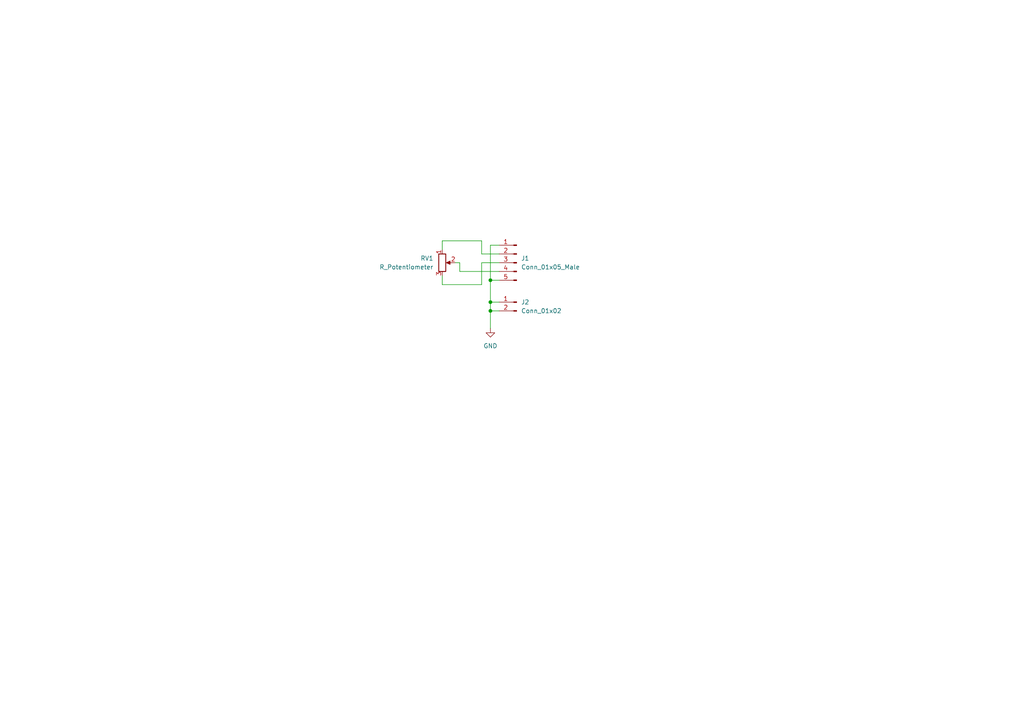
<source format=kicad_sch>
(kicad_sch (version 20211123) (generator eeschema)
  (paper "A4")
  (lib_symbols
    (symbol "Connector:Conn_01x02_Male" (pin_names (offset 1.016) hide)
      (property "Reference" "J" (at 0 2.54 0))
      (property "Value" "Conn_01x02_Male" (at 0 -5.08 0))
      (symbol "Conn_01x02_Male_1_1"
        (polyline (pts (xy 1.27 -2.54) (xy 0.8636 -2.54)) (stroke (width 0.1524)))
        (polyline (pts (xy 1.27 0) (xy 0.8636 0)) (stroke (width 0.1524)))
        (rectangle (start 0.8636 -2.413) (end 0 -2.667) (stroke (width 0.1524)) (fill (type outline)))
        (rectangle (start 0.8636 0.127) (end 0 -0.127) (stroke (width 0.1524)) (fill (type outline)))
        (pin passive line (at 5.08 0 180) (length 3.81) (name "Pin_1") (number "1"))
        (pin passive line (at 5.08 -2.54 180) (length 3.81) (name "Pin_2") (number "2"))
      )
    )
    (symbol "Connector:Conn_01x05_Male" (pin_names (offset 1.016) hide)
      (property "Reference" "J" (at 0 7.62 0))
      (property "Value" "Conn_01x05_Male" (at 0 -7.62 0))
      (symbol "Conn_01x05_Male_1_1"
        (polyline (pts (xy 1.27 -5.08) (xy 0.8636 -5.08)) (stroke (width 0.1524)))
        (polyline (pts (xy 1.27 -2.54) (xy 0.8636 -2.54)) (stroke (width 0.1524)))
        (polyline (pts (xy 1.27 0) (xy 0.8636 0)) (stroke (width 0.1524)))
        (polyline (pts (xy 1.27 2.54) (xy 0.8636 2.54)) (stroke (width 0.1524)))
        (polyline (pts (xy 1.27 5.08) (xy 0.8636 5.08)) (stroke (width 0.1524)))
        (rectangle (start 0.8636 -4.953) (end 0 -5.207) (stroke (width 0.1524)) (fill (type outline)))
        (rectangle (start 0.8636 -2.413) (end 0 -2.667) (stroke (width 0.1524)) (fill (type outline)))
        (rectangle (start 0.8636 0.127) (end 0 -0.127) (stroke (width 0.1524)) (fill (type outline)))
        (rectangle (start 0.8636 2.667) (end 0 2.413) (stroke (width 0.1524)) (fill (type outline)))
        (rectangle (start 0.8636 5.207) (end 0 4.953) (stroke (width 0.1524)) (fill (type outline)))
        (pin passive line (at 5.08 5.08 180) (length 3.81) (name "Pin_1") (number "1"))
        (pin passive line (at 5.08 2.54 180) (length 3.81) (name "Pin_2") (number "2"))
        (pin passive line (at 5.08 0 180) (length 3.81) (name "Pin_3") (number "3"))
        (pin passive line (at 5.08 -2.54 180) (length 3.81) (name "Pin_4") (number "4"))
        (pin passive line (at 5.08 -5.08 180) (length 3.81) (name "Pin_5") (number "5"))
      )
    )
    (symbol "Device:R_Potentiometer" (pin_names (offset 1.016) hide)
      (property "Reference" "RV" (at -4.445 0 90))
      (property "Value" "R_Potentiometer" (at -2.54 0 90))
      (symbol "R_Potentiometer_0_1"
        (polyline (pts (xy 2.54 0) (xy 1.524 0)))
        (polyline (pts (xy 1.143 0) (xy 2.286 0.508) (xy 2.286 -0.508) (xy 1.143 0)) (fill (type outline)))
        (rectangle (start 1.016 2.54) (end -1.016 -2.54) (stroke (width 0.254)))
      )
      (symbol "R_Potentiometer_1_1"
        (pin passive line (at 0 3.81 270) (length 1.27) (name "1") (number "1"))
        (pin passive line (at 3.81 0 180) (length 1.27) (name "2") (number "2"))
        (pin passive line (at 0 -3.81 90) (length 1.27) (name "3") (number "3"))
      )
    )
    (symbol "power:GND" (power) (pin_names (offset 0))
      (property "Value" "GND" (at 0 -3.81 0))
      (symbol "GND_0_1"
        (polyline (pts (xy 0 0) (xy 0 -1.27) (xy 1.27 -1.27) (xy 0 -2.54) (xy -1.27 -1.27) (xy 0 -1.27)))
      )
      (symbol "GND_1_1"
        (pin power_in line (at 0 0 270) (length 0) hide (name "GND") (number "1"))
      )
    )
  )
  (junction (at 142.24 90.17))
  (junction (at 142.24 81.28))
  (junction (at 142.24 87.63))
  (wire (pts (xy 139.7 76.2) (xy 139.7 82.55)))
  (wire (pts (xy 144.78 76.2) (xy 139.7 76.2)))
  (wire (pts (xy 142.24 87.63) (xy 144.78 87.63)))
  (wire (pts (xy 142.24 90.17) (xy 142.24 95.25)))
  (wire (pts (xy 128.27 69.85) (xy 139.7 69.85)))
  (wire (pts (xy 133.35 76.2) (xy 133.35 78.74)))
  (wire (pts (xy 133.35 78.74) (xy 144.78 78.74)))
  (wire (pts (xy 142.24 90.17) (xy 144.78 90.17)))
  (wire (pts (xy 128.27 72.39) (xy 128.27 69.85)))
  (wire (pts (xy 142.24 71.12) (xy 142.24 81.28)))
  (wire (pts (xy 132.08 76.2) (xy 133.35 76.2)))
  (wire (pts (xy 142.24 81.28) (xy 144.78 81.28)))
  (wire (pts (xy 142.24 87.63) (xy 142.24 90.17)))
  (wire (pts (xy 128.27 80.01) (xy 128.27 82.55)))
  (wire (pts (xy 144.78 71.12) (xy 142.24 71.12)))
  (wire (pts (xy 139.7 69.85) (xy 139.7 73.66)))
  (wire (pts (xy 139.7 73.66) (xy 144.78 73.66)))
  (wire (pts (xy 139.7 82.55) (xy 128.27 82.55)))
  (wire (pts (xy 142.24 81.28) (xy 142.24 87.63)))
  (symbol (lib_id "Connector:Conn_01x05_Male") (at 149.86 76.2 0) (mirror y) (unit 1)
    (property "Reference" "J1" (at 151.13 74.9299 0) (effects (justify right)))
    (property "Value" "Conn_01x05_Male" (at 151.13 77.4699 0) (effects (justify right)))
    (property "Footprint" "Connector_PinHeader_2.54mm:PinHeader_1x05_P2.54mm_Vertical" (effects hide))
  )
  (symbol (lib_id "Connector:Conn_01x02_Male") (at 149.86 87.63 0) (mirror y) (unit 1)
    (property "Reference" "J2" (at 151.13 87.6299 0) (effects (justify right)))
    (property "Value" "Conn_01x02" (at 151.13 90.1699 0) (effects (justify right)))
    (property "Footprint" "Connector_PinHeader_2.54mm:PinHeader_1x02_P2.54mm_Vertical" (effects hide))
  )
  (symbol (lib_id "Device:R_Potentiometer") (at 128.27 76.2 0) (unit 1)
    (property "Reference" "RV1" (at 125.73 74.9299 0) (effects (justify right)))
    (property "Value" "R_Potentiometer" (at 125.73 77.4699 0) (effects (justify right)))
    (property "Footprint" "Potentiometer_THT:Potentiometer_Bourns_PTA6043_Single_Slide" (effects hide))
  )
  (symbol (lib_id "power:GND") (at 142.24 95.25 0) (unit 1)
    (property "Reference" "#PWR0101" (effects hide))
    (property "Value" "GND" (at 142.24 100.33 0))
  )
)
</source>
